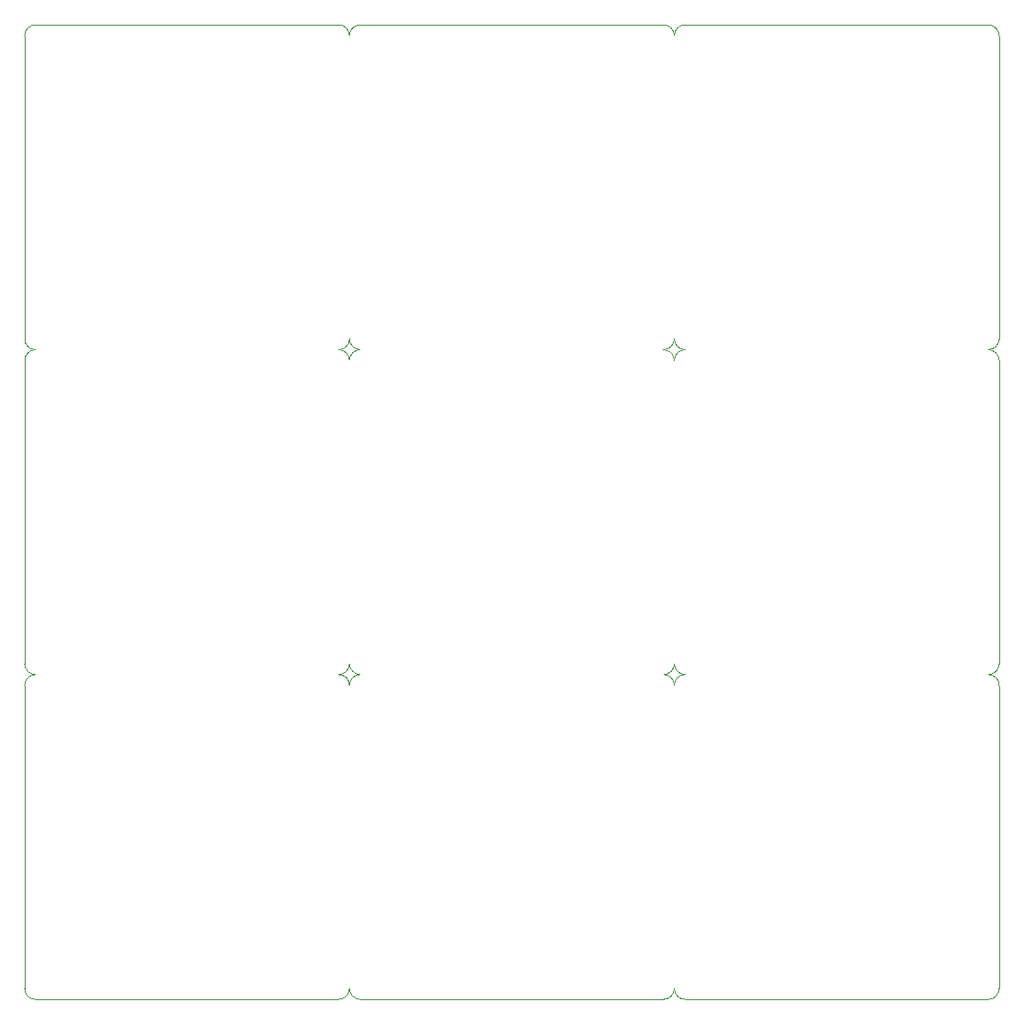
<source format=gbr>
G04 #@! TF.GenerationSoftware,KiCad,Pcbnew,5.1.4+dfsg1-1~bpo10+1*
G04 #@! TF.CreationDate,2022-07-23T13:57:57+05:30*
G04 #@! TF.ProjectId,Bolt my,426f6c74-206d-4792-9e6b-696361645f70,1.0*
G04 #@! TF.SameCoordinates,Original*
G04 #@! TF.FileFunction,Profile,NP*
%FSLAX46Y46*%
G04 Gerber Fmt 4.6, Leading zero omitted, Abs format (unit mm)*
G04 Created by KiCad (PCBNEW 5.1.4+dfsg1-1~bpo10+1) date 2022-07-23 13:57:57*
%MOMM*%
%LPD*%
G04 APERTURE LIST*
%ADD10C,0.050000*%
G04 APERTURE END LIST*
D10*
X107780000Y-76780000D02*
X107780000Y-48780000D01*
X106780000Y-47780000D02*
G75*
G02X107780000Y-48780000I0J-1000000D01*
G01*
X78780000Y-77780000D02*
G75*
G02X77780000Y-76780000I0J1000000D01*
G01*
X78780000Y-107780000D02*
X106780000Y-107780000D01*
X107780000Y-106780000D02*
G75*
G02X106780000Y-107780000I-1000000J0D01*
G01*
X107780000Y-106780000D02*
X107780000Y-78780000D01*
X77780000Y-78780000D02*
G75*
G02X78780000Y-77780000I1000000J0D01*
G01*
X78780000Y-17780000D02*
X106780000Y-17780000D01*
X106780000Y-17780000D02*
G75*
G02X107780000Y-18780000I0J-1000000D01*
G01*
X107780000Y-46780000D02*
G75*
G02X106780000Y-47780000I-1000000J0D01*
G01*
X77780000Y-18780000D02*
G75*
G02X78780000Y-17780000I1000000J0D01*
G01*
X78780000Y-47780000D02*
G75*
G02X77780000Y-46780000I0J1000000D01*
G01*
X107780000Y-46780000D02*
X107780000Y-18780000D01*
X106780000Y-77780000D02*
G75*
G02X107780000Y-78780000I0J-1000000D01*
G01*
X78780000Y-107780000D02*
G75*
G02X77780000Y-106780000I0J1000000D01*
G01*
X77780000Y-48780000D02*
G75*
G02X78780000Y-47780000I1000000J0D01*
G01*
X107780000Y-76780000D02*
G75*
G02X106780000Y-77780000I-1000000J0D01*
G01*
X76780000Y-47780000D02*
G75*
G02X77780000Y-48780000I0J-1000000D01*
G01*
X48780000Y-77780000D02*
G75*
G02X47780000Y-76780000I0J1000000D01*
G01*
X48780000Y-107780000D02*
X76780000Y-107780000D01*
X77780000Y-106780000D02*
G75*
G02X76780000Y-107780000I-1000000J0D01*
G01*
X47780000Y-78780000D02*
G75*
G02X48780000Y-77780000I1000000J0D01*
G01*
X48780000Y-17780000D02*
X76780000Y-17780000D01*
X76780000Y-17780000D02*
G75*
G02X77780000Y-18780000I0J-1000000D01*
G01*
X77780000Y-46780000D02*
G75*
G02X76780000Y-47780000I-1000000J0D01*
G01*
X47780000Y-18780000D02*
G75*
G02X48780000Y-17780000I1000000J0D01*
G01*
X48780000Y-47780000D02*
G75*
G02X47780000Y-46780000I0J1000000D01*
G01*
X76780000Y-77780000D02*
G75*
G02X77780000Y-78780000I0J-1000000D01*
G01*
X48780000Y-107780000D02*
G75*
G02X47780000Y-106780000I0J1000000D01*
G01*
X47780000Y-48780000D02*
G75*
G02X48780000Y-47780000I1000000J0D01*
G01*
X77780000Y-76780000D02*
G75*
G02X76780000Y-77780000I-1000000J0D01*
G01*
X46780000Y-77780000D02*
G75*
G02X47780000Y-78780000I0J-1000000D01*
G01*
X47780000Y-106780000D02*
G75*
G02X46780000Y-107780000I-1000000J0D01*
G01*
X17780000Y-78780000D02*
G75*
G02X18780000Y-77780000I1000000J0D01*
G01*
X18780000Y-107780000D02*
G75*
G02X17780000Y-106780000I0J1000000D01*
G01*
X17780000Y-106780000D02*
X17780000Y-78780000D01*
X18780000Y-107780000D02*
X46780000Y-107780000D01*
X46780000Y-47780000D02*
G75*
G02X47780000Y-48780000I0J-1000000D01*
G01*
X47780000Y-76780000D02*
G75*
G02X46780000Y-77780000I-1000000J0D01*
G01*
X17780000Y-48780000D02*
G75*
G02X18780000Y-47780000I1000000J0D01*
G01*
X18780000Y-77780000D02*
G75*
G02X17780000Y-76780000I0J1000000D01*
G01*
X17780000Y-76780000D02*
X17780000Y-48780000D01*
X46780000Y-17780000D02*
G75*
G02X47780000Y-18780000I0J-1000000D01*
G01*
X47780000Y-46780000D02*
G75*
G02X46780000Y-47780000I-1000000J0D01*
G01*
X17780000Y-18780000D02*
G75*
G02X18780000Y-17780000I1000000J0D01*
G01*
X18780000Y-47780000D02*
G75*
G02X17780000Y-46780000I0J1000000D01*
G01*
X17780000Y-46780000D02*
X17780000Y-18780000D01*
X18780000Y-17780000D02*
X46780000Y-17780000D01*
M02*

</source>
